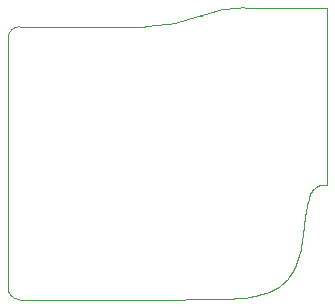
<source format=gbr>
%TF.GenerationSoftware,KiCad,Pcbnew,8.99.0-417-ga763d613e5*%
%TF.CreationDate,2024-07-02T15:16:59-04:00*%
%TF.ProjectId,kawaiiSD,6b617761-6969-4534-942e-6b696361645f,rev?*%
%TF.SameCoordinates,Original*%
%TF.FileFunction,Profile,NP*%
%FSLAX46Y46*%
G04 Gerber Fmt 4.6, Leading zero omitted, Abs format (unit mm)*
G04 Created by KiCad (PCBNEW 8.99.0-417-ga763d613e5) date 2024-07-02 15:16:59*
%MOMM*%
%LPD*%
G01*
G04 APERTURE LIST*
%ADD10C,0.010000*%
%TA.AperFunction,Profile*%
%ADD11C,0.010000*%
%TD*%
G04 APERTURE END LIST*
D10*
X159512529Y-124814079D02*
X159523211Y-124814070D01*
X159534764Y-124814043D01*
X159547187Y-124813999D01*
X159560480Y-124813938D01*
X159571021Y-124813880D01*
X159582051Y-124813812D01*
X159593571Y-124813735D01*
X159605579Y-124813647D01*
X159618078Y-124813550D01*
X159622353Y-124813516D01*
D11*
X161675892Y-124791083D02*
X161301565Y-124794932D01*
X168077422Y-123998460D02*
X167734625Y-124159303D01*
X162020350Y-100773599D02*
G75*
G02*
X157273641Y-101696873I-4746750J11740399D01*
G01*
D10*
X170727279Y-118285733D02*
X170728806Y-118273263D01*
X170730335Y-118260800D01*
X170731866Y-118248344D01*
X170733398Y-118235894D01*
X170734932Y-118223450D01*
X170736467Y-118211013D01*
X170738004Y-118198582D01*
X170739543Y-118186156D01*
X170741084Y-118173737D01*
X170742626Y-118161323D01*
X170744170Y-118148915D01*
X170745716Y-118136512D01*
X170747264Y-118124115D01*
X170748815Y-118111723D01*
X170750367Y-118099336D01*
X170751921Y-118086954D01*
X170753477Y-118074577D01*
X170755036Y-118062204D01*
X170756597Y-118049836D01*
X170758160Y-118037473D01*
X170759726Y-118025114D01*
X170761294Y-118012759D01*
X170762864Y-118000408D01*
X170764438Y-117988061D01*
X170766013Y-117975718D01*
X170767591Y-117963379D01*
X170769172Y-117951043D01*
X170770756Y-117938711D01*
X170772342Y-117926382D01*
X170773931Y-117914056D01*
X170775524Y-117901733D01*
X170777119Y-117889414D01*
D11*
X161887201Y-100827432D02*
X162020350Y-100773599D01*
D10*
X159743114Y-124812250D02*
X159755477Y-124812114D01*
X159768073Y-124811975D01*
X159780901Y-124811831D01*
X159793962Y-124811685D01*
X159807256Y-124811534D01*
X159820785Y-124811380D01*
X159834547Y-124811222D01*
X159848545Y-124811061D01*
X159862778Y-124810896D01*
X159877247Y-124810727D01*
X159891952Y-124810555D01*
X159906895Y-124810380D01*
X159922074Y-124810201D01*
X159937491Y-124810019D01*
X159953146Y-124809833D01*
X159969041Y-124809644D01*
D11*
X170199749Y-121323671D02*
X170091596Y-121652773D01*
D10*
X162710886Y-124779100D02*
X162731490Y-124778810D01*
X162752122Y-124778517D01*
X162772784Y-124778222D01*
X162793473Y-124777923D01*
X162814190Y-124777620D01*
X162834934Y-124777315D01*
X162855706Y-124777005D01*
X162876505Y-124776693D01*
X162897331Y-124776377D01*
X162918183Y-124776058D01*
X162939061Y-124775734D01*
X162959966Y-124775408D01*
X162980897Y-124775077D01*
X163001853Y-124774743D01*
X163022834Y-124774405D01*
X163043841Y-124774064D01*
X163064872Y-124773718D01*
X163085928Y-124773369D01*
X163107008Y-124773015D01*
X163128112Y-124772658D01*
X163149240Y-124772297D01*
X163170392Y-124771931D01*
X163191567Y-124771561D01*
X163212765Y-124771187D01*
X163233985Y-124770809D01*
X163255229Y-124770427D01*
X163276495Y-124770040D01*
X163297782Y-124769649D01*
X163319092Y-124769253D01*
X163340423Y-124768853D01*
X163361776Y-124768449D01*
X163383150Y-124768040D01*
D11*
X170548129Y-119706110D02*
X170501020Y-120016181D01*
X160171859Y-124807258D02*
X159969041Y-124809644D01*
D10*
X166130415Y-124572053D02*
X166150799Y-124568876D01*
X166171158Y-124565670D01*
X166191490Y-124562435D01*
X166211796Y-124559170D01*
X166232075Y-124555876D01*
X166252328Y-124552552D01*
X166272554Y-124549198D01*
X166292753Y-124545815D01*
X166312924Y-124542402D01*
X166333069Y-124538959D01*
X166353186Y-124535485D01*
X166373276Y-124531982D01*
X166393338Y-124528448D01*
X166413372Y-124524884D01*
X166433379Y-124521289D01*
X166453357Y-124517664D01*
X166473308Y-124514008D01*
X166493230Y-124510322D01*
X166513123Y-124506604D01*
X166532988Y-124502856D01*
X166552824Y-124499076D01*
X166572632Y-124495265D01*
X166592410Y-124491423D01*
X166612159Y-124487550D01*
X166631879Y-124483645D01*
X166651570Y-124479708D01*
X166671230Y-124475740D01*
X166690862Y-124471740D01*
X166710463Y-124467708D01*
X166730035Y-124463644D01*
X166749576Y-124459549D01*
X166769088Y-124455421D01*
X167166972Y-124348629D02*
X167185305Y-124343304D01*
X167203602Y-124337943D01*
X167221860Y-124332544D01*
X167240082Y-124327107D01*
X167258265Y-124321633D01*
X167276411Y-124316120D01*
X167294519Y-124310570D01*
X167312589Y-124304982D01*
X167330621Y-124299356D01*
X167348615Y-124293692D01*
X167366570Y-124287989D01*
X167384488Y-124282249D01*
X167402366Y-124276470D01*
X167420206Y-124270653D01*
X167438008Y-124264797D01*
X167455771Y-124258903D01*
X167473494Y-124252970D01*
X167491179Y-124246999D01*
X167508825Y-124240989D01*
X167526432Y-124234940D01*
X167543999Y-124228852D01*
X167561528Y-124222726D01*
X167579016Y-124216560D01*
X167596466Y-124210355D01*
X167613875Y-124204112D01*
X167631245Y-124197829D01*
X167648575Y-124191506D01*
X167665865Y-124185144D01*
X167683115Y-124178743D01*
X167700325Y-124172303D01*
X167717495Y-124165822D01*
X167734625Y-124159303D01*
X170645231Y-118968993D02*
X170646838Y-118955746D01*
X170648441Y-118942516D01*
X170650040Y-118929302D01*
X170651635Y-118916105D01*
X170653226Y-118902924D01*
X170654813Y-118889760D01*
X170656396Y-118876611D01*
X170657976Y-118863479D01*
X170659552Y-118850363D01*
X170661124Y-118837263D01*
X170662693Y-118824179D01*
X170664258Y-118811111D01*
X170665819Y-118798058D01*
X170667378Y-118785022D01*
X170668933Y-118772001D01*
X170670485Y-118758996D01*
X170672034Y-118746006D01*
X170673579Y-118733032D01*
X170675122Y-118720073D01*
X170676662Y-118707130D01*
X170678199Y-118694202D01*
X170679733Y-118681290D01*
X170681264Y-118668392D01*
X170682793Y-118655510D01*
X170684319Y-118642643D01*
X170685842Y-118629791D01*
X170687363Y-118616954D01*
X170688882Y-118604132D01*
X170690399Y-118591324D01*
X170691913Y-118578532D01*
X170693425Y-118565754D01*
X170694935Y-118552991D01*
X170199749Y-121323671D02*
X170204557Y-121308208D01*
X170209336Y-121292740D01*
X170214084Y-121277269D01*
X170218801Y-121261794D01*
X170223489Y-121246316D01*
X170228146Y-121230834D01*
X170232773Y-121215349D01*
X170237370Y-121199860D01*
X170241937Y-121184369D01*
X170246474Y-121168874D01*
X170250981Y-121153377D01*
X170255459Y-121137877D01*
X170259908Y-121122375D01*
X170264327Y-121106871D01*
X170268716Y-121091364D01*
X170273077Y-121075856D01*
X170277408Y-121060346D01*
X170281710Y-121044834D01*
X170285984Y-121029321D01*
X170290228Y-121013806D01*
X170294444Y-120998290D01*
X170298631Y-120982774D01*
X170302789Y-120967256D01*
X170306920Y-120951738D01*
X170311021Y-120936219D01*
X170315095Y-120920700D01*
X170319140Y-120905180D01*
X170323157Y-120889661D01*
X170327146Y-120874142D01*
X170331107Y-120858622D01*
X170335041Y-120843104D01*
X170338947Y-120827586D01*
X160816058Y-124800051D02*
X160830242Y-124799898D01*
X160844490Y-124799745D01*
X160858802Y-124799592D01*
X160873179Y-124799438D01*
X160887620Y-124799284D01*
X160902124Y-124799129D01*
X160916693Y-124798973D01*
X160931325Y-124798818D01*
X160946022Y-124798661D01*
X160960782Y-124798504D01*
X160975606Y-124798347D01*
X160990494Y-124798189D01*
X161005446Y-124798031D01*
X161020461Y-124797872D01*
X161035540Y-124797713D01*
X161050682Y-124797553D01*
X161065888Y-124797393D01*
X161081157Y-124797232D01*
X161096490Y-124797071D01*
X161111886Y-124796909D01*
X161127346Y-124796747D01*
X161142868Y-124796585D01*
X161158454Y-124796421D01*
X161174103Y-124796258D01*
X161189815Y-124796094D01*
X161205591Y-124795929D01*
X161221429Y-124795764D01*
X161237330Y-124795599D01*
X161253295Y-124795432D01*
X161269322Y-124795266D01*
X161285412Y-124795099D01*
X161301565Y-124794932D01*
X161675892Y-124791083D02*
X161693884Y-124790896D01*
X161711928Y-124790709D01*
X161730025Y-124790521D01*
X161748173Y-124790332D01*
X161766373Y-124790143D01*
X161784625Y-124789952D01*
X161802927Y-124789761D01*
X161821281Y-124789570D01*
X161839686Y-124789377D01*
X161858141Y-124789184D01*
X161876646Y-124788990D01*
X161895202Y-124788795D01*
X161913808Y-124788599D01*
X161932463Y-124788402D01*
X161951169Y-124788205D01*
X161969923Y-124788007D01*
X161988727Y-124787808D01*
X162007580Y-124787608D01*
X162026481Y-124787407D01*
X162045432Y-124787205D01*
X162064430Y-124787003D01*
X162083477Y-124786799D01*
X162102572Y-124786595D01*
X162121714Y-124786390D01*
X162140904Y-124786183D01*
X162160142Y-124785976D01*
X162179427Y-124785768D01*
X162198758Y-124785559D01*
X162218137Y-124785349D01*
X162237562Y-124785138D01*
X162257033Y-124784926D01*
X162276551Y-124784714D01*
D11*
X170727279Y-118285733D02*
X170694935Y-118552991D01*
X170923077Y-116957541D02*
X170874010Y-117226931D01*
X161887201Y-100827432D02*
G75*
G02*
X165669991Y-100091665I3782799J-9356368D01*
G01*
X159743114Y-124812250D02*
X159622353Y-124813516D01*
D10*
X163845419Y-124755133D02*
X163867151Y-124754443D01*
X163888891Y-124753743D01*
X163910638Y-124753034D01*
X163932392Y-124752314D01*
X163954152Y-124751583D01*
X163975919Y-124750843D01*
X163997693Y-124750092D01*
X164019472Y-124749330D01*
X164041257Y-124748558D01*
X164063048Y-124747774D01*
X164084844Y-124746980D01*
X164106646Y-124746176D01*
X164128453Y-124745360D01*
X164150264Y-124744533D01*
X164172080Y-124743694D01*
X164193901Y-124742845D01*
X164215725Y-124741984D01*
X164237554Y-124741112D01*
X164259387Y-124740228D01*
X164281223Y-124739333D01*
X164303062Y-124738425D01*
X164324905Y-124737506D01*
X164346751Y-124736575D01*
X164368599Y-124735633D01*
X164390450Y-124734678D01*
X164412304Y-124733711D01*
X164434160Y-124732731D01*
X164456017Y-124731739D01*
X164477877Y-124730735D01*
X164499738Y-124729719D01*
X164521600Y-124728689D01*
X164543464Y-124727648D01*
X170813757Y-117625574D02*
X170815529Y-117613178D01*
X170817307Y-117600779D01*
X170819092Y-117588376D01*
X170820884Y-117575970D01*
X170822682Y-117563560D01*
X170824487Y-117551147D01*
X170826299Y-117538730D01*
X170828118Y-117526309D01*
X170829944Y-117513884D01*
X170831777Y-117501456D01*
X170833617Y-117489023D01*
X170835464Y-117476587D01*
X170837319Y-117464146D01*
X170839180Y-117451702D01*
X170841049Y-117439253D01*
X170842926Y-117426800D01*
X170844810Y-117414343D01*
X170846701Y-117401881D01*
X170848600Y-117389416D01*
X170850507Y-117376945D01*
X170852421Y-117364470D01*
X170854343Y-117351991D01*
X170856274Y-117339506D01*
X170858212Y-117327018D01*
X170860158Y-117314524D01*
X170862112Y-117302026D01*
X170864074Y-117289522D01*
X170866044Y-117277014D01*
X170868023Y-117264501D01*
X170870010Y-117251982D01*
X170872006Y-117239459D01*
X170874010Y-117226931D01*
D11*
X171079879Y-116285931D02*
X171007719Y-116552015D01*
X167166972Y-124348629D02*
X166769088Y-124455421D01*
X162710886Y-124779100D02*
X162276551Y-124784714D01*
D10*
X170410052Y-120499939D02*
X170413205Y-120484658D01*
X170416337Y-120469387D01*
X170419448Y-120454126D01*
X170422539Y-120438874D01*
X170425609Y-120423631D01*
X170428658Y-120408399D01*
X170431686Y-120393176D01*
X170434695Y-120377964D01*
X170437682Y-120362761D01*
X170440650Y-120347569D01*
X170443597Y-120332387D01*
X170446525Y-120317216D01*
X170449432Y-120302055D01*
X170452320Y-120286905D01*
X170455188Y-120271766D01*
X170458036Y-120256638D01*
X170460865Y-120241521D01*
X170463674Y-120226416D01*
X170466464Y-120211321D01*
X170469235Y-120196238D01*
X170471986Y-120181167D01*
X170474719Y-120166107D01*
X170477432Y-120151059D01*
X170480127Y-120136024D01*
X170482803Y-120121000D01*
X170485461Y-120105988D01*
X170488100Y-120090989D01*
X170490720Y-120076002D01*
X170493322Y-120061027D01*
X170495906Y-120046066D01*
X170498472Y-120031117D01*
X170501020Y-120016181D01*
X171079879Y-116285931D02*
X171083467Y-116273610D01*
X171087080Y-116261307D01*
X171090717Y-116249024D01*
X171094379Y-116236759D01*
X171098066Y-116224514D01*
X171101779Y-116212289D01*
X171105516Y-116200084D01*
X171109279Y-116187900D01*
X171113068Y-116175738D01*
X171116883Y-116163597D01*
X171120723Y-116151478D01*
X171124590Y-116139382D01*
X171128483Y-116127308D01*
X171132403Y-116115258D01*
X171136349Y-116103232D01*
X171140323Y-116091230D01*
X171144323Y-116079252D01*
X171148351Y-116067299D01*
X171152406Y-116055372D01*
X171156489Y-116043471D01*
X171160599Y-116031596D01*
X171164738Y-116019748D01*
X171168905Y-116007927D01*
X171173100Y-115996134D01*
X171177324Y-115984368D01*
X171181576Y-115972631D01*
X171185857Y-115960923D01*
X171190168Y-115949244D01*
X171194507Y-115937594D01*
X171198876Y-115925975D01*
X171203275Y-115914386D01*
X171207704Y-115902829D01*
X172048676Y-115127145D02*
X172060507Y-115124106D01*
X172072138Y-115121215D01*
X172083565Y-115118467D01*
X172094783Y-115115860D01*
X172105788Y-115113392D01*
X172116577Y-115111058D01*
X172127144Y-115108857D01*
X172137486Y-115106786D01*
X172147599Y-115104841D01*
X172157477Y-115103020D01*
X172171848Y-115100515D01*
X172185668Y-115098273D01*
X172198924Y-115096284D01*
X172211603Y-115094539D01*
X171322324Y-115686138D02*
X171328016Y-115676534D01*
X171333746Y-115666996D01*
X171339514Y-115657524D01*
X171345319Y-115648119D01*
X171351162Y-115638780D01*
X171357042Y-115629507D01*
X171362960Y-115620303D01*
X171368914Y-115611165D01*
X171374906Y-115602096D01*
X171380935Y-115593095D01*
X171387002Y-115584163D01*
X171393105Y-115575300D01*
X171399245Y-115566506D01*
X171405423Y-115557782D01*
X171411637Y-115549128D01*
X171417888Y-115540545D01*
X171424176Y-115532032D01*
X171430500Y-115523590D01*
X171436862Y-115515220D01*
X171443260Y-115506922D01*
X171449695Y-115498696D01*
X171456166Y-115490543D01*
X171462674Y-115482462D01*
X171469218Y-115474455D01*
X171475798Y-115466521D01*
X171482415Y-115458661D01*
X171489068Y-115450876D01*
X171495758Y-115443165D01*
X171502484Y-115435529D01*
X171509246Y-115427969D01*
X171516044Y-115420484D01*
X171522878Y-115413076D01*
D11*
X166130415Y-124572053D02*
X165690831Y-124634544D01*
X145640041Y-102704906D02*
G75*
G02*
X146640059Y-101696809I1000059J8006D01*
G01*
D10*
X170923077Y-116957541D02*
X170925494Y-116944892D01*
X170927925Y-116932242D01*
X170930371Y-116919589D01*
X170932830Y-116906934D01*
X170935304Y-116894278D01*
X170937792Y-116881618D01*
X170940294Y-116868958D01*
X170942810Y-116856295D01*
X170945341Y-116843630D01*
X170947887Y-116830964D01*
X170950447Y-116818295D01*
X170953022Y-116805626D01*
X170955611Y-116792955D01*
X170958215Y-116780282D01*
X170960835Y-116767608D01*
X170963469Y-116754933D01*
X170966118Y-116742256D01*
X170968783Y-116729579D01*
X170971462Y-116716900D01*
X170974157Y-116704220D01*
X170976868Y-116691540D01*
X170979593Y-116678858D01*
X170982335Y-116666176D01*
X170985092Y-116653493D01*
X170987864Y-116640810D01*
X170990653Y-116628126D01*
X170993457Y-116615441D01*
X170996277Y-116602756D01*
X170999113Y-116590071D01*
X171001966Y-116577386D01*
X171004834Y-116564700D01*
X171007719Y-116552015D01*
X169885064Y-122132306D02*
X169892111Y-122117596D01*
X169899119Y-122102868D01*
X169906088Y-122088120D01*
X169913018Y-122073353D01*
X169919910Y-122058567D01*
X169926762Y-122043762D01*
X169933577Y-122028939D01*
X169940352Y-122014097D01*
X169947089Y-121999238D01*
X169953788Y-121984359D01*
X169960448Y-121969463D01*
X169967070Y-121954550D01*
X169973654Y-121939618D01*
X169980200Y-121924669D01*
X169986707Y-121909703D01*
X169993177Y-121894719D01*
X169999609Y-121879719D01*
X170006003Y-121864701D01*
X170012360Y-121849667D01*
X170018678Y-121834616D01*
X170024959Y-121819549D01*
X170031203Y-121804466D01*
X170037409Y-121789366D01*
X170043578Y-121774251D01*
X170049710Y-121759120D01*
X170055805Y-121743973D01*
X170061862Y-121728811D01*
X170067882Y-121713633D01*
X170073866Y-121698440D01*
X170079813Y-121683232D01*
X170085722Y-121668010D01*
X170091596Y-121652773D01*
X168077422Y-123998460D02*
X168093112Y-123990561D01*
X168108758Y-123982621D01*
X168124359Y-123974639D01*
X168139916Y-123966614D01*
X168155428Y-123958547D01*
X168170896Y-123950438D01*
X168186318Y-123942286D01*
X168201696Y-123934092D01*
X168217029Y-123925856D01*
X168232317Y-123917578D01*
X168247560Y-123909257D01*
X168262757Y-123900893D01*
X168277910Y-123892487D01*
X168293018Y-123884039D01*
X168308080Y-123875548D01*
X168323097Y-123867014D01*
X168338069Y-123858438D01*
X168352995Y-123849820D01*
X168367876Y-123841159D01*
X168382712Y-123832455D01*
X168397502Y-123823708D01*
X168412246Y-123814919D01*
X168426945Y-123806087D01*
X168441598Y-123797213D01*
X168456206Y-123788296D01*
X168470767Y-123779336D01*
X168485283Y-123770333D01*
X168499753Y-123761287D01*
X168514177Y-123752198D01*
X168528555Y-123743067D01*
X168542887Y-123733893D01*
X168557173Y-123724676D01*
D11*
X169885064Y-122132306D02*
X169727634Y-122442563D01*
X168837319Y-123505941D02*
X168557173Y-123724676D01*
X165006180Y-124696547D02*
X164543464Y-124727648D01*
X169437580Y-122874763D02*
X169221290Y-123146408D01*
X171322324Y-115686138D02*
X171207704Y-115902829D01*
X171678149Y-115293705D02*
X171522878Y-115413076D01*
X146640049Y-124814079D02*
G75*
G02*
X145640121Y-123814071I51J999979D01*
G01*
D10*
X168837319Y-123505941D02*
X168850049Y-123495337D01*
X168862733Y-123484691D01*
X168875369Y-123474005D01*
X168887959Y-123463278D01*
X168900501Y-123452509D01*
X168912996Y-123441699D01*
X168925443Y-123430849D01*
X168937844Y-123419957D01*
X168950197Y-123409025D01*
X168962503Y-123398052D01*
X168974762Y-123387038D01*
X168986974Y-123375983D01*
X168999138Y-123364888D01*
X169011256Y-123353752D01*
X169023326Y-123342575D01*
X169035349Y-123331358D01*
X169047324Y-123320100D01*
X169059253Y-123308802D01*
X169071134Y-123297464D01*
X169082968Y-123286085D01*
X169094754Y-123274666D01*
X169106494Y-123263206D01*
X169118186Y-123251706D01*
X169129831Y-123240167D01*
X169141429Y-123228587D01*
X169152979Y-123216967D01*
X169164482Y-123205306D01*
X169175938Y-123193606D01*
X169187347Y-123181866D01*
X169198708Y-123170087D01*
X169210023Y-123158267D01*
X169221290Y-123146408D01*
D11*
X170813757Y-117625574D02*
X170777119Y-117889414D01*
X163845419Y-124755133D02*
X163383150Y-124768040D01*
X157273641Y-101696855D02*
X146640059Y-101696855D01*
D10*
X160171859Y-124807258D02*
X160181905Y-124807140D01*
X160192016Y-124807022D01*
X160202190Y-124806904D01*
X160212428Y-124806785D01*
X160222729Y-124806665D01*
X160233095Y-124806545D01*
X160243524Y-124806424D01*
X160254016Y-124806302D01*
X160264573Y-124806180D01*
X160275194Y-124806058D01*
X160285878Y-124805934D01*
X160296627Y-124805810D01*
X160307440Y-124805686D01*
X160318316Y-124805561D01*
X160329257Y-124805435D01*
X160340263Y-124805309D01*
X160351332Y-124805182D01*
X160362466Y-124805054D01*
X160373664Y-124804926D01*
X160384926Y-124804797D01*
X160396253Y-124804668D01*
X160407644Y-124804538D01*
X160419100Y-124804408D01*
X160430621Y-124804277D01*
X160442206Y-124804146D01*
X160453856Y-124804014D01*
X160465570Y-124803881D01*
X160477350Y-124803748D01*
X160489194Y-124803614D01*
X160501103Y-124803480D01*
X160513077Y-124803345D01*
X160525116Y-124803210D01*
X169437580Y-122874763D02*
X169447335Y-122861748D01*
X169457045Y-122848701D01*
X169466711Y-122835621D01*
X169476331Y-122822508D01*
X169485907Y-122809363D01*
X169495437Y-122796185D01*
X169504923Y-122782975D01*
X169514364Y-122769733D01*
X169523760Y-122756459D01*
X169533112Y-122743152D01*
X169542419Y-122729814D01*
X169551682Y-122716444D01*
X169560899Y-122703042D01*
X169570073Y-122689609D01*
X169579202Y-122676145D01*
X169588286Y-122662649D01*
X169597326Y-122649122D01*
X169606322Y-122635564D01*
X169615274Y-122621976D01*
X169624181Y-122608356D01*
X169633044Y-122594706D01*
X169641863Y-122581025D01*
X169650638Y-122567314D01*
X169659368Y-122553572D01*
X169668055Y-122539800D01*
X169676698Y-122525998D01*
X169685297Y-122512167D01*
X169693852Y-122498305D01*
X169702363Y-122484414D01*
X169710830Y-122470493D01*
X169719254Y-122456542D01*
X169727634Y-122442563D01*
D11*
X146640049Y-124814079D02*
X159512511Y-124814079D01*
X145640041Y-102704906D02*
X145640041Y-123814071D01*
D10*
X171678149Y-115293705D02*
X171692820Y-115283761D01*
X171707512Y-115274094D01*
X171722222Y-115264700D01*
X171736945Y-115255578D01*
X171751676Y-115246727D01*
X171766411Y-115238144D01*
X171781147Y-115229829D01*
X171795878Y-115221779D01*
X171810601Y-115213992D01*
X171825311Y-115206467D01*
X171840004Y-115199202D01*
X171854676Y-115192195D01*
X171869323Y-115185445D01*
X171883940Y-115178950D01*
X171898523Y-115172707D01*
X171913068Y-115166717D01*
D11*
X160816058Y-124800051D02*
X160525116Y-124803210D01*
X172048676Y-115127145D02*
X171913068Y-115166717D01*
D10*
X165006180Y-124696547D02*
X165027776Y-124694925D01*
X165049361Y-124693284D01*
X165070934Y-124691624D01*
X165092496Y-124689944D01*
X165114047Y-124688244D01*
X165135585Y-124686525D01*
X165157111Y-124684786D01*
X165178625Y-124683027D01*
X165200127Y-124681247D01*
X165221616Y-124679448D01*
X165243092Y-124677628D01*
X165264556Y-124675788D01*
X165286006Y-124673927D01*
X165307443Y-124672046D01*
X165328866Y-124670144D01*
X165350276Y-124668221D01*
X165371672Y-124666277D01*
X165393054Y-124664313D01*
X165414421Y-124662327D01*
X165435775Y-124660320D01*
X165457113Y-124658291D01*
X165478437Y-124656242D01*
X165499747Y-124654170D01*
X165521041Y-124652078D01*
X165542320Y-124649963D01*
X165563583Y-124647826D01*
X165584831Y-124645668D01*
X165606063Y-124643488D01*
X165627279Y-124641285D01*
X165648479Y-124639060D01*
X165669663Y-124636813D01*
X165690831Y-124634544D01*
D11*
X172684910Y-115091665D02*
X172490443Y-115091665D01*
X170645231Y-118968993D02*
X170610176Y-119254591D01*
X172490441Y-115091665D02*
X172259683Y-115091665D01*
D10*
X170548129Y-119706110D02*
X170550236Y-119691723D01*
X170552332Y-119677353D01*
X170554416Y-119663001D01*
X170556488Y-119648667D01*
X170558549Y-119634350D01*
X170560598Y-119620051D01*
X170562636Y-119605769D01*
X170564663Y-119591506D01*
X170566679Y-119577259D01*
X170568684Y-119563031D01*
X170570678Y-119548820D01*
X170572661Y-119534628D01*
X170574633Y-119520453D01*
X170576594Y-119506296D01*
X170578545Y-119492157D01*
X170580486Y-119478036D01*
X170582415Y-119463933D01*
X170584335Y-119449849D01*
X170586244Y-119435782D01*
X170588144Y-119421734D01*
X170590033Y-119407704D01*
X170591912Y-119393692D01*
X170593781Y-119379699D01*
X170595641Y-119365724D01*
X170597491Y-119351767D01*
X170599331Y-119337829D01*
X170601162Y-119323910D01*
X170602983Y-119310008D01*
X170604795Y-119296126D01*
X170606598Y-119282262D01*
X170608391Y-119268417D01*
X170610176Y-119254591D01*
D11*
X172684910Y-115091665D02*
X172684910Y-100091668D01*
X172684910Y-100091668D02*
X165669991Y-100091668D01*
X172259683Y-115091665D02*
X172211603Y-115094539D01*
X170410052Y-120499939D02*
X170338947Y-120827586D01*
M02*

</source>
